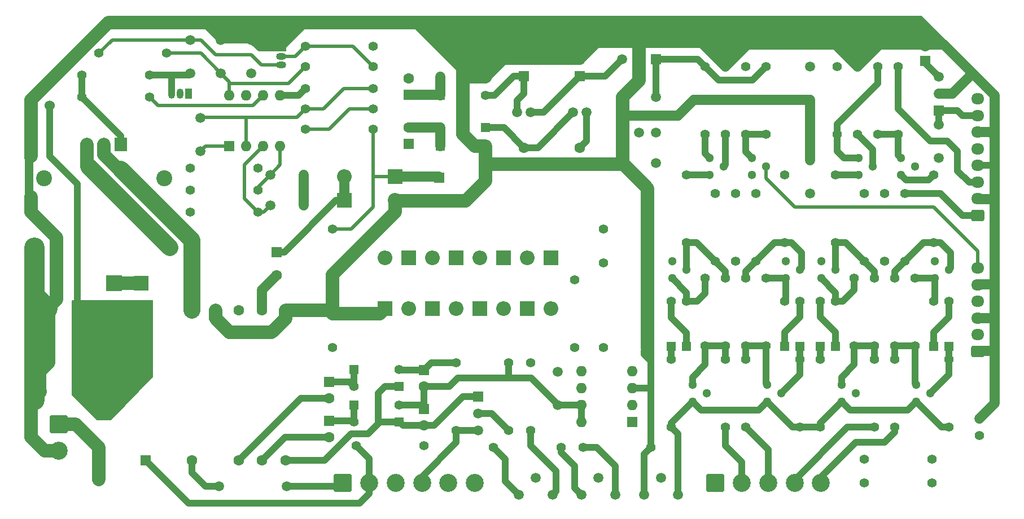
<source format=gbr>
%TF.GenerationSoftware,KiCad,Pcbnew,8.0.0*%
%TF.CreationDate,2024-03-08T15:53:04+08:00*%
%TF.ProjectId,xyz_display_board,78797a5f-6469-4737-906c-61795f626f61,1.0*%
%TF.SameCoordinates,Original*%
%TF.FileFunction,Copper,L2,Bot*%
%TF.FilePolarity,Positive*%
%FSLAX46Y46*%
G04 Gerber Fmt 4.6, Leading zero omitted, Abs format (unit mm)*
G04 Created by KiCad (PCBNEW 8.0.0) date 2024-03-08 15:53:04*
%MOMM*%
%LPD*%
G01*
G04 APERTURE LIST*
G04 Aperture macros list*
%AMRoundRect*
0 Rectangle with rounded corners*
0 $1 Rounding radius*
0 $2 $3 $4 $5 $6 $7 $8 $9 X,Y pos of 4 corners*
0 Add a 4 corners polygon primitive as box body*
4,1,4,$2,$3,$4,$5,$6,$7,$8,$9,$2,$3,0*
0 Add four circle primitives for the rounded corners*
1,1,$1+$1,$2,$3*
1,1,$1+$1,$4,$5*
1,1,$1+$1,$6,$7*
1,1,$1+$1,$8,$9*
0 Add four rect primitives between the rounded corners*
20,1,$1+$1,$2,$3,$4,$5,0*
20,1,$1+$1,$4,$5,$6,$7,0*
20,1,$1+$1,$6,$7,$8,$9,0*
20,1,$1+$1,$8,$9,$2,$3,0*%
G04 Aperture macros list end*
%TA.AperFunction,ComponentPad*%
%ADD10C,1.500000*%
%TD*%
%TA.AperFunction,ComponentPad*%
%ADD11R,1.500000X1.500000*%
%TD*%
%TA.AperFunction,ComponentPad*%
%ADD12R,1.600000X1.600000*%
%TD*%
%TA.AperFunction,ComponentPad*%
%ADD13C,1.600000*%
%TD*%
%TA.AperFunction,ComponentPad*%
%ADD14C,1.400000*%
%TD*%
%TA.AperFunction,ComponentPad*%
%ADD15R,1.400000X1.400000*%
%TD*%
%TA.AperFunction,ComponentPad*%
%ADD16C,1.300000*%
%TD*%
%TA.AperFunction,ComponentPad*%
%ADD17RoundRect,0.250000X0.725000X-0.600000X0.725000X0.600000X-0.725000X0.600000X-0.725000X-0.600000X0*%
%TD*%
%TA.AperFunction,ComponentPad*%
%ADD18O,1.950000X1.700000*%
%TD*%
%TA.AperFunction,ComponentPad*%
%ADD19R,2.200000X2.200000*%
%TD*%
%TA.AperFunction,ComponentPad*%
%ADD20O,2.200000X2.200000*%
%TD*%
%TA.AperFunction,ComponentPad*%
%ADD21RoundRect,0.250001X-1.099999X-1.099999X1.099999X-1.099999X1.099999X1.099999X-1.099999X1.099999X0*%
%TD*%
%TA.AperFunction,ComponentPad*%
%ADD22C,2.700000*%
%TD*%
%TA.AperFunction,ComponentPad*%
%ADD23O,1.600000X1.600000*%
%TD*%
%TA.AperFunction,ComponentPad*%
%ADD24R,1.905000X2.000000*%
%TD*%
%TA.AperFunction,ComponentPad*%
%ADD25O,1.905000X2.000000*%
%TD*%
%TA.AperFunction,ComponentPad*%
%ADD26R,2.400000X2.400000*%
%TD*%
%TA.AperFunction,ComponentPad*%
%ADD27O,2.400000X2.400000*%
%TD*%
%TA.AperFunction,ComponentPad*%
%ADD28R,1.500000X1.050000*%
%TD*%
%TA.AperFunction,ComponentPad*%
%ADD29O,1.500000X1.050000*%
%TD*%
%TA.AperFunction,ComponentPad*%
%ADD30RoundRect,0.250001X-1.099999X1.099999X-1.099999X-1.099999X1.099999X-1.099999X1.099999X1.099999X0*%
%TD*%
%TA.AperFunction,ComponentPad*%
%ADD31C,2.400000*%
%TD*%
%TA.AperFunction,ComponentPad*%
%ADD32R,2.000000X2.000000*%
%TD*%
%TA.AperFunction,ComponentPad*%
%ADD33C,2.000000*%
%TD*%
%TA.AperFunction,ComponentPad*%
%ADD34R,1.050000X1.500000*%
%TD*%
%TA.AperFunction,ComponentPad*%
%ADD35O,1.050000X1.500000*%
%TD*%
%TA.AperFunction,ViaPad*%
%ADD36C,1.524000*%
%TD*%
%TA.AperFunction,Conductor*%
%ADD37C,1.016000*%
%TD*%
%TA.AperFunction,Conductor*%
%ADD38C,1.524000*%
%TD*%
%TA.AperFunction,Conductor*%
%ADD39C,0.508000*%
%TD*%
%TA.AperFunction,Conductor*%
%ADD40C,2.032000*%
%TD*%
%TA.AperFunction,Conductor*%
%ADD41C,1.244600*%
%TD*%
%TA.AperFunction,Conductor*%
%ADD42C,3.022600*%
%TD*%
%TA.AperFunction,Conductor*%
%ADD43C,3.048000*%
%TD*%
%TA.AperFunction,Conductor*%
%ADD44C,2.006600*%
%TD*%
%TA.AperFunction,Conductor*%
%ADD45C,2.540000*%
%TD*%
G04 APERTURE END LIST*
D10*
%TO.P,Q1,1,C*%
%TO.N,Net-(J2-Pad4)*%
X119380000Y-113538000D03*
%TO.P,Q1,2,B*%
%TO.N,Net-(Q1-Pad2)*%
X119380000Y-110998000D03*
D11*
%TO.P,Q1,3,E*%
%TO.N,T_5*%
X119380000Y-108458000D03*
%TD*%
D12*
%TO.P,T1,1,1*%
%TO.N,CRT_F1*%
X69454000Y-118004000D03*
D13*
%TO.P,T1,2,2*%
%TO.N,Net-(F2-Pad1)*%
X76454000Y-118004000D03*
%TO.P,T1,3,3*%
%TO.N,T_3*%
X83454000Y-118004000D03*
%TO.P,T1,4,4*%
%TO.N,T_4*%
X86954000Y-118004000D03*
%TO.P,T1,5,5*%
%TO.N,T_5*%
X90454000Y-118004000D03*
%TO.P,T1,6,6*%
%TO.N,GND*%
X90454000Y-95504000D03*
%TO.P,T1,7,7*%
%TO.N,Net-(C20-Pad2)*%
X86954000Y-95504000D03*
%TO.P,T1,8,8*%
%TO.N,Net-(C16-Pad2)*%
X83454000Y-95504000D03*
%TO.P,T1,9,9*%
%TO.N,GND*%
X79954000Y-95504000D03*
%TO.P,T1,10,10*%
%TO.N,Net-(D1-Pad2)*%
X76454000Y-95504000D03*
%TO.P,T1,11,11*%
%TO.N,+12V*%
X69454000Y-95504000D03*
%TD*%
D14*
%TO.P,D13,1,K*%
%TO.N,Net-(C17-Pad2)*%
X113694000Y-68072000D03*
D15*
%TO.P,D13,2,A*%
%TO.N,Net-(C19-Pad2)*%
X120494000Y-68072000D03*
%TD*%
D14*
%TO.P,R9,1*%
%TO.N,Net-(C8-Pad2)*%
X103632000Y-62230000D03*
%TO.P,R9,2*%
%TO.N,GND*%
X93472000Y-62230000D03*
%TD*%
%TO.P,U9,1,VCC*%
%TO.N,+300V*%
X97536000Y-83312000D03*
%TO.P,U9,2,GND*%
%TO.N,GND*%
X97536000Y-96012000D03*
%TO.P,U9,3,PULSE*%
%TO.N,Net-(C20-Pad2)*%
X97536000Y-101092000D03*
%TO.P,U9,4,NC*%
%TO.N,unconnected-(U9-Pad4)*%
X138176000Y-101092000D03*
%TO.P,U9,5,HV*%
%TO.N,Net-(C15-Pad2)*%
X138176000Y-88392000D03*
%TO.P,U9,6,NC*%
%TO.N,unconnected-(U9-Pad6)*%
X138176000Y-83312000D03*
%TD*%
D12*
%TO.P,C22,1*%
%TO.N,Net-(C22-Pad1)*%
X97028000Y-106236888D03*
D13*
%TO.P,C22,2*%
%TO.N,T_3*%
X97028000Y-108736888D03*
%TD*%
D14*
%TO.P,D35,1,K*%
%TO.N,Net-(D34-Pad2)*%
X170688000Y-94136000D03*
D15*
%TO.P,D35,2,A*%
%TO.N,Net-(D35-Pad2)*%
X170688000Y-100936000D03*
%TD*%
D16*
%TO.P,Q13,1,C*%
%TO.N,Net-(D34-Pad1)*%
X170815000Y-90678000D03*
%TO.P,Q13,2,B*%
%TO.N,Net-(Q13-Pad2)*%
X172974000Y-89408000D03*
%TO.P,Q13,3,E*%
%TO.N,Net-(Q13-Pad3)*%
X170815000Y-88128000D03*
%TD*%
D14*
%TO.P,R42,1*%
%TO.N,-5VA*%
X183388000Y-77978000D03*
%TO.P,R42,2*%
%TO.N,Net-(Q14-Pad2)*%
X183388000Y-88138000D03*
%TD*%
%TO.P,R34,1*%
%TO.N,-5VA*%
X154940000Y-77978000D03*
%TO.P,R34,2*%
%TO.N,Net-(Q7-Pad2)*%
X154940000Y-88138000D03*
%TD*%
D12*
%TO.P,C17,1*%
%TO.N,Net-(C16-Pad2)*%
X108966000Y-70524380D03*
D13*
%TO.P,C17,2*%
%TO.N,Net-(C17-Pad2)*%
X108966000Y-68024380D03*
%TD*%
D17*
%TO.P,J7,1,Pin_1*%
%TO.N,GND*%
X194310000Y-101650800D03*
D18*
%TO.P,J7,2,Pin_2*%
%TO.N,Z_IN*%
X194310000Y-99150800D03*
%TO.P,J7,3,Pin_3*%
%TO.N,GND*%
X194310000Y-96650800D03*
%TO.P,J7,4,Pin_4*%
%TO.N,Y_IN*%
X194310000Y-94150800D03*
%TO.P,J7,5,Pin_5*%
%TO.N,GND*%
X194310000Y-91650800D03*
%TO.P,J7,6,Pin_6*%
%TO.N,X_IN*%
X194310000Y-89150800D03*
%TD*%
D14*
%TO.P,R40,1*%
%TO.N,Net-(Q11-Pad3)*%
X173228000Y-69088000D03*
%TO.P,R40,2*%
%TO.N,+5VA*%
X173228000Y-58928000D03*
%TD*%
D19*
%TO.P,D2,1,K*%
%TO.N,GND*%
X105410000Y-95250000D03*
D20*
%TO.P,D2,2,A*%
%TO.N,Net-(C10-Pad1)*%
X105410000Y-87630000D03*
%TD*%
D14*
%TO.P,R29,1*%
%TO.N,+300V*%
X167640000Y-113030000D03*
%TO.P,R29,2*%
%TO.N,Net-(D22-Pad2)*%
X167640000Y-102870000D03*
%TD*%
D10*
%TO.P,C38,1*%
%TO.N,Net-(C23-Pad2)*%
X131318000Y-109688000D03*
%TO.P,C38,2*%
%TO.N,T_5*%
X131318000Y-104688000D03*
%TD*%
D14*
%TO.P,R37,1*%
%TO.N,Net-(Q12-Pad3)*%
X181864000Y-100838000D03*
%TO.P,R37,2*%
%TO.N,Net-(Q14-Pad2)*%
X181864000Y-90678000D03*
%TD*%
D19*
%TO.P,D5,1,K*%
%TO.N,Net-(C10-Pad2)*%
X116078000Y-87630000D03*
D20*
%TO.P,D5,2,A*%
%TO.N,Net-(C11-Pad2)*%
X116078000Y-95250000D03*
%TD*%
D11*
%TO.P,U7,1,GND*%
%TO.N,GND*%
X140970000Y-68834000D03*
D10*
%TO.P,U7,2,VI*%
%TO.N,Net-(C28-Pad2)*%
X143510000Y-68834000D03*
%TO.P,U7,3,VO*%
%TO.N,-5VA*%
X146050000Y-68834000D03*
%TD*%
D14*
%TO.P,R6,1*%
%TO.N,Net-(Q3-Pad1)*%
X59944000Y-60198000D03*
%TO.P,R6,2*%
%TO.N,GND*%
X70104000Y-60198000D03*
%TD*%
D10*
%TO.P,RV1,1,1*%
%TO.N,Net-(R68-Pad2)*%
X125476000Y-123190000D03*
%TO.P,RV1,2,2*%
%TO.N,Net-(J2-Pad3)*%
X128016000Y-120650000D03*
%TO.P,RV1,3,3*%
%TO.N,Net-(R69-Pad1)*%
X130556000Y-123190000D03*
%TD*%
%TO.P,C7,1*%
%TO.N,Net-(C7-Pad1)*%
X88178000Y-79756000D03*
%TO.P,C7,2*%
%TO.N,GND*%
X93178000Y-79756000D03*
%TD*%
D14*
%TO.P,R36,1*%
%TO.N,+300V*%
X148336000Y-113030000D03*
%TO.P,R36,2*%
%TO.N,Net-(D27-Pad2)*%
X148336000Y-102870000D03*
%TD*%
D19*
%TO.P,D9,1,K*%
%TO.N,Net-(C14-Pad2)*%
X130302000Y-87630000D03*
D20*
%TO.P,D9,2,A*%
%TO.N,Net-(C15-Pad2)*%
X130302000Y-95250000D03*
%TD*%
D16*
%TO.P,Q15,1,C*%
%TO.N,+300V*%
X173863000Y-109220000D03*
%TO.P,Q15,2,B*%
%TO.N,Net-(D35-Pad2)*%
X176022000Y-107950000D03*
%TO.P,Q15,3,E*%
%TO.N,Net-(Q15-Pad3)*%
X173863000Y-106670000D03*
%TD*%
%TO.P,Q14,1,C*%
%TO.N,Net-(D31-Pad1)*%
X187833000Y-90678000D03*
%TO.P,Q14,2,B*%
%TO.N,Net-(Q14-Pad2)*%
X189992000Y-89408000D03*
%TO.P,Q14,3,E*%
%TO.N,Net-(Q13-Pad3)*%
X187833000Y-88128000D03*
%TD*%
D14*
%TO.P,D17,1,K*%
%TO.N,Net-(C15-Pad2)*%
X107540000Y-104394000D03*
D15*
%TO.P,D17,2,A*%
%TO.N,Net-(C22-Pad1)*%
X100740000Y-104394000D03*
%TD*%
D21*
%TO.P,J2,1,Pin_1*%
%TO.N,CRT_F2*%
X99060000Y-121412000D03*
D22*
%TO.P,J2,2,Pin_2*%
%TO.N,CRT_F1*%
X103020000Y-121412000D03*
%TO.P,J2,3,Pin_3*%
%TO.N,Net-(J2-Pad3)*%
X106980000Y-121412000D03*
%TO.P,J2,4,Pin_4*%
%TO.N,Net-(J2-Pad4)*%
X110940000Y-121412000D03*
%TO.P,J2,5,Pin_5*%
%TO.N,unconnected-(J2-Pad5)*%
X114900000Y-121412000D03*
%TO.P,J2,6,Pin_6*%
%TO.N,Net-(J2-Pad6)*%
X118860000Y-121412000D03*
%TD*%
D12*
%TO.P,C33,1*%
%TO.N,+12V*%
X186436000Y-58101113D03*
D13*
%TO.P,C33,2*%
%TO.N,GND*%
X186436000Y-55601113D03*
%TD*%
D14*
%TO.P,D23,1,K*%
%TO.N,Net-(D23-Pad1)*%
X165354000Y-94136000D03*
D15*
%TO.P,D23,2,A*%
%TO.N,Net-(D22-Pad1)*%
X165354000Y-100936000D03*
%TD*%
D16*
%TO.P,Q11,1,C*%
%TO.N,Net-(Q11-Pad1)*%
X176403000Y-75184000D03*
%TO.P,Q11,2,B*%
%TO.N,Net-(Q11-Pad2)*%
X178562000Y-73914000D03*
%TO.P,Q11,3,E*%
%TO.N,Net-(Q11-Pad3)*%
X176403000Y-72634000D03*
%TD*%
D14*
%TO.P,R64,1*%
%TO.N,Net-(Q14-Pad2)*%
X187706000Y-85344000D03*
%TO.P,R64,2*%
%TO.N,Net-(Q10-Pad1)*%
X187706000Y-75184000D03*
%TD*%
%TO.P,R62,1*%
%TO.N,Net-(Q12-Pad3)*%
X184912000Y-100838000D03*
%TO.P,R62,2*%
%TO.N,Net-(D31-Pad1)*%
X184912000Y-90678000D03*
%TD*%
%TO.P,R66,1*%
%TO.N,Net-(Q13-Pad3)*%
X180340000Y-88138000D03*
%TO.P,R66,2*%
%TO.N,-5VA*%
X180340000Y-77978000D03*
%TD*%
%TO.P,R65,1*%
%TO.N,Net-(Q13-Pad2)*%
X172974000Y-85344000D03*
%TO.P,R65,2*%
%TO.N,Net-(Q11-Pad1)*%
X172974000Y-75184000D03*
%TD*%
D10*
%TO.P,C29,1*%
%TO.N,+5VA*%
X146010000Y-63500000D03*
%TO.P,C29,2*%
%TO.N,GND*%
X141010000Y-63500000D03*
%TD*%
D14*
%TO.P,R50,1*%
%TO.N,Net-(C15-Pad2)*%
X133858000Y-90932000D03*
%TO.P,R50,2*%
%TO.N,T_5*%
X133858000Y-101092000D03*
%TD*%
%TO.P,R60,1*%
%TO.N,/Deflection_Amplifier/YP*%
X181864000Y-113030000D03*
%TO.P,R60,2*%
%TO.N,Net-(Q12-Pad3)*%
X181864000Y-102870000D03*
%TD*%
%TO.P,R39,1*%
%TO.N,Net-(Q10-Pad3)*%
X182372000Y-69088000D03*
%TO.P,R39,2*%
%TO.N,+5VA*%
X182372000Y-58928000D03*
%TD*%
D10*
%TO.P,L2,1,1*%
%TO.N,Net-(C19-Pad2)*%
X133620000Y-65786000D03*
%TO.P,L2,2,2*%
%TO.N,Net-(C28-Pad2)*%
X135620000Y-65786000D03*
%TD*%
D12*
%TO.P,C16,1*%
%TO.N,Net-(C16-Pad1)*%
X108966000Y-63158380D03*
D13*
%TO.P,C16,2*%
%TO.N,Net-(C16-Pad2)*%
X108966000Y-60658380D03*
%TD*%
D14*
%TO.P,R57,1*%
%TO.N,Net-(Q7-Pad2)*%
X150622000Y-85344000D03*
%TO.P,R57,2*%
%TO.N,Net-(Q5-Pad1)*%
X150622000Y-75184000D03*
%TD*%
D19*
%TO.P,D7,1,K*%
%TO.N,Net-(C12-Pad2)*%
X123190000Y-87630000D03*
D20*
%TO.P,D7,2,A*%
%TO.N,Net-(C13-Pad2)*%
X123190000Y-95250000D03*
%TD*%
D14*
%TO.P,R51,1*%
%TO.N,+300V*%
X177292000Y-117856000D03*
%TO.P,R51,2*%
%TO.N,Net-(NE1-Pad1)*%
X187452000Y-117856000D03*
%TD*%
%TO.P,R7,1*%
%TO.N,Net-(C8-Pad2)*%
X93472000Y-65278000D03*
%TO.P,R7,2*%
%TO.N,Net-(R7-Pad2)*%
X103632000Y-65278000D03*
%TD*%
%TO.P,NE1,1*%
%TO.N,Net-(NE1-Pad1)*%
X194564000Y-114300000D03*
%TO.P,NE1,2*%
%TO.N,GND*%
X194564000Y-111760000D03*
%TD*%
%TO.P,D30,1,K*%
%TO.N,Net-(D30-Pad1)*%
X189992000Y-94136000D03*
D15*
%TO.P,D30,2,A*%
%TO.N,Net-(D30-Pad2)*%
X189992000Y-100936000D03*
%TD*%
D19*
%TO.P,D20,1,K*%
%TO.N,+12V*%
X61214000Y-107696000D03*
D20*
%TO.P,D20,2,A*%
%TO.N,GND*%
X53594000Y-107696000D03*
%TD*%
D14*
%TO.P,R61,1*%
%TO.N,/Deflection_Amplifier/YN*%
X178816000Y-113030000D03*
%TO.P,R61,2*%
%TO.N,Net-(Q15-Pad3)*%
X178816000Y-102870000D03*
%TD*%
%TO.P,R63,1*%
%TO.N,Net-(Q15-Pad3)*%
X175768000Y-100838000D03*
%TO.P,R63,2*%
%TO.N,Net-(D34-Pad1)*%
X175768000Y-90678000D03*
%TD*%
D17*
%TO.P,J5,1,Pin_1*%
%TO.N,-5VA*%
X194310000Y-81254600D03*
D18*
%TO.P,J5,2,Pin_2*%
%TO.N,GND*%
X194310000Y-78754600D03*
%TO.P,J5,3,Pin_3*%
%TO.N,+5VA*%
X194310000Y-76254600D03*
%TO.P,J5,4,Pin_4*%
%TO.N,GND*%
X194310000Y-73754600D03*
%TO.P,J5,5,Pin_5*%
%TO.N,PWR_ON*%
X194310000Y-71254600D03*
%TO.P,J5,6,Pin_6*%
%TO.N,GND*%
X194310000Y-68754600D03*
%TO.P,J5,7,Pin_7*%
%TO.N,+5VD*%
X194310000Y-66254600D03*
%TO.P,J5,8,Pin_8*%
%TO.N,+12V*%
X194310000Y-63754600D03*
%TD*%
D16*
%TO.P,Q9,1,C*%
%TO.N,+300V*%
X151511000Y-109220000D03*
%TO.P,Q9,2,B*%
%TO.N,Net-(D27-Pad2)*%
X153670000Y-107950000D03*
%TO.P,Q9,3,E*%
%TO.N,Net-(Q9-Pad3)*%
X151511000Y-106670000D03*
%TD*%
D14*
%TO.P,R24,1*%
%TO.N,VREF*%
X72644000Y-56896000D03*
%TO.P,R24,2*%
%TO.N,Net-(C37-Pad1)*%
X62484000Y-56896000D03*
%TD*%
%TO.P,R32,1*%
%TO.N,Net-(Q4-Pad3)*%
X159512000Y-69088000D03*
%TO.P,R32,2*%
%TO.N,Net-(Q5-Pad3)*%
X159512000Y-58928000D03*
%TD*%
%TO.P,D22,1,K*%
%TO.N,Net-(D22-Pad1)*%
X167640000Y-94136000D03*
D15*
%TO.P,D22,2,A*%
%TO.N,Net-(D22-Pad2)*%
X167640000Y-100936000D03*
%TD*%
D14*
%TO.P,R1,1*%
%TO.N,VREF*%
X76200000Y-77470000D03*
%TO.P,R1,2*%
%TO.N,Net-(C4-Pad1)*%
X86360000Y-77470000D03*
%TD*%
D19*
%TO.P,D3,1,K*%
%TO.N,Net-(C10-Pad1)*%
X108966000Y-87630000D03*
D20*
%TO.P,D3,2,A*%
%TO.N,Net-(C11-Pad1)*%
X108966000Y-95250000D03*
%TD*%
D14*
%TO.P,D10,1,K*%
%TO.N,Net-(C16-Pad1)*%
X113694000Y-60452000D03*
D15*
%TO.P,D10,2,A*%
%TO.N,GND*%
X120494000Y-60452000D03*
%TD*%
D10*
%TO.P,C2,1*%
%TO.N,+12V*%
X59904000Y-103378000D03*
%TO.P,C2,2*%
%TO.N,GND*%
X54904000Y-103378000D03*
%TD*%
D14*
%TO.P,D11,1,K*%
%TO.N,GND*%
X120494000Y-70866000D03*
D15*
%TO.P,D11,2,A*%
%TO.N,Net-(C17-Pad2)*%
X113694000Y-70866000D03*
%TD*%
D14*
%TO.P,R35,1*%
%TO.N,Net-(Q9-Pad3)*%
X156464000Y-100838000D03*
%TO.P,R35,2*%
%TO.N,Net-(Q7-Pad2)*%
X156464000Y-90678000D03*
%TD*%
%TO.P,R10,1*%
%TO.N,Net-(C8-Pad1)*%
X76200000Y-74168000D03*
%TO.P,R10,2*%
%TO.N,Net-(C8-Pad2)*%
X86360000Y-74168000D03*
%TD*%
D19*
%TO.P,D15,1,K*%
%TO.N,+300V*%
X106934000Y-75438000D03*
D20*
%TO.P,D15,2,A*%
%TO.N,Net-(C20-Pad1)*%
X99314000Y-75438000D03*
%TD*%
D14*
%TO.P,D12,1,K*%
%TO.N,Net-(C18-Pad1)*%
X120494000Y-63246000D03*
D15*
%TO.P,D12,2,A*%
%TO.N,Net-(C16-Pad1)*%
X113694000Y-63246000D03*
%TD*%
D14*
%TO.P,R69,1*%
%TO.N,Net-(R69-Pad1)*%
X127254000Y-113538000D03*
%TO.P,R69,2*%
%TO.N,Net-(C15-Pad2)*%
X127254000Y-103378000D03*
%TD*%
D10*
%TO.P,C5,1*%
%TO.N,VREF*%
X80772000Y-59904000D03*
%TO.P,C5,2*%
%TO.N,GND*%
X80772000Y-54904000D03*
%TD*%
D16*
%TO.P,Q12,1,C*%
%TO.N,+300V*%
X185039000Y-109220000D03*
%TO.P,Q12,2,B*%
%TO.N,Net-(D30-Pad2)*%
X187198000Y-107950000D03*
%TO.P,Q12,3,E*%
%TO.N,Net-(Q12-Pad3)*%
X185039000Y-106670000D03*
%TD*%
D12*
%TO.P,C21,1*%
%TO.N,+300V*%
X113538000Y-75563349D03*
D13*
%TO.P,C21,2*%
%TO.N,GND*%
X113538000Y-79063349D03*
%TD*%
D10*
%TO.P,L1,1,1*%
%TO.N,Net-(C18-Pad1)*%
X125238000Y-65786000D03*
%TO.P,L1,2,2*%
%TO.N,Net-(C27-Pad1)*%
X127238000Y-65786000D03*
%TD*%
D16*
%TO.P,Q8,1,C*%
%TO.N,Net-(D23-Pad1)*%
X165481000Y-90678000D03*
%TO.P,Q8,2,B*%
%TO.N,Net-(Q8-Pad2)*%
X167640000Y-89408000D03*
%TO.P,Q8,3,E*%
%TO.N,Net-(Q7-Pad3)*%
X165481000Y-88128000D03*
%TD*%
D14*
%TO.P,R18,1*%
%TO.N,Net-(C15-Pad2)*%
X116078000Y-103378000D03*
%TO.P,R18,2*%
%TO.N,Net-(J2-Pad4)*%
X116078000Y-113538000D03*
%TD*%
%TO.P,D18,1,K*%
%TO.N,Net-(C24-Pad1)*%
X100740000Y-112268000D03*
D15*
%TO.P,D18,2,A*%
%TO.N,T_5*%
X107540000Y-112268000D03*
%TD*%
D16*
%TO.P,Q10,1,C*%
%TO.N,Net-(Q10-Pad1)*%
X182753000Y-75184000D03*
%TO.P,Q10,2,B*%
%TO.N,Y_IN*%
X184912000Y-73914000D03*
%TO.P,Q10,3,E*%
%TO.N,Net-(Q10-Pad3)*%
X182753000Y-72634000D03*
%TD*%
D19*
%TO.P,D8,1,K*%
%TO.N,Net-(C13-Pad2)*%
X126746000Y-95250000D03*
D20*
%TO.P,D8,2,A*%
%TO.N,Net-(C14-Pad2)*%
X126746000Y-87630000D03*
%TD*%
D14*
%TO.P,R67,1*%
%TO.N,Net-(Q11-Pad2)*%
X176276000Y-69088000D03*
%TO.P,R67,2*%
%TO.N,GND*%
X176276000Y-58928000D03*
%TD*%
D12*
%TO.P,C20,1*%
%TO.N,Net-(C20-Pad1)*%
X89154000Y-86739349D03*
D13*
%TO.P,C20,2*%
%TO.N,Net-(C20-Pad2)*%
X89154000Y-90239349D03*
%TD*%
D14*
%TO.P,R38,1*%
%TO.N,+300V*%
X189992000Y-113030000D03*
%TO.P,R38,2*%
%TO.N,Net-(D30-Pad2)*%
X189992000Y-102870000D03*
%TD*%
D12*
%TO.P,U1,1,COMP*%
%TO.N,Net-(C8-Pad1)*%
X82052000Y-70856000D03*
D23*
%TO.P,U1,2,FB*%
%TO.N,Net-(C8-Pad2)*%
X84592000Y-70856000D03*
%TO.P,U1,3,CS*%
%TO.N,Net-(C7-Pad1)*%
X87132000Y-70856000D03*
%TO.P,U1,4,RC*%
%TO.N,Net-(C4-Pad1)*%
X89672000Y-70856000D03*
%TO.P,U1,5,GND*%
%TO.N,GND*%
X89672000Y-63236000D03*
%TO.P,U1,6,OUT*%
%TO.N,Net-(R2-Pad1)*%
X87132000Y-63236000D03*
%TO.P,U1,7,VCC*%
%TO.N,+12V*%
X84592000Y-63236000D03*
%TO.P,U1,8,VREF*%
%TO.N,VREF*%
X82052000Y-63236000D03*
%TD*%
D14*
%TO.P,D19,1,K*%
%TO.N,Net-(C23-Pad2)*%
X107540000Y-109728000D03*
D15*
%TO.P,D19,2,A*%
%TO.N,Net-(C24-Pad1)*%
X100740000Y-109728000D03*
%TD*%
D10*
%TO.P,C34,1*%
%TO.N,+5VD*%
X188468000Y-67604000D03*
%TO.P,C34,2*%
%TO.N,GND*%
X188468000Y-72604000D03*
%TD*%
D12*
%TO.P,C18,1*%
%TO.N,Net-(C18-Pad1)*%
X126238000Y-60364380D03*
D13*
%TO.P,C18,2*%
%TO.N,GND*%
X126238000Y-57864380D03*
%TD*%
D12*
%TO.P,C23,1*%
%TO.N,Net-(C15-Pad2)*%
X111252000Y-104458888D03*
D13*
%TO.P,C23,2*%
%TO.N,Net-(C23-Pad2)*%
X111252000Y-106958888D03*
%TD*%
D19*
%TO.P,D4,1,K*%
%TO.N,Net-(C11-Pad1)*%
X112522000Y-95250000D03*
D20*
%TO.P,D4,2,A*%
%TO.N,Net-(C10-Pad2)*%
X112522000Y-87630000D03*
%TD*%
D14*
%TO.P,R49,1*%
%TO.N,VREF*%
X93472000Y-58928000D03*
%TO.P,R49,2*%
%TO.N,Net-(Q2-Pad2)*%
X103632000Y-58928000D03*
%TD*%
D24*
%TO.P,Q3,1,G*%
%TO.N,Net-(Q3-Pad1)*%
X65786000Y-70612000D03*
D25*
%TO.P,Q3,2,D*%
%TO.N,Net-(D1-Pad2)*%
X63246000Y-70612000D03*
%TO.P,Q3,3,S*%
%TO.N,Net-(Q3-Pad3)*%
X60706000Y-70612000D03*
%TD*%
D14*
%TO.P,R30,1*%
%TO.N,Net-(Q4-Pad3)*%
X162560000Y-69088000D03*
%TO.P,R30,2*%
%TO.N,+5VA*%
X162560000Y-58928000D03*
%TD*%
D26*
%TO.P,D39,1,A1*%
%TO.N,Net-(D1-Pad1)*%
X64770000Y-91440000D03*
D27*
%TO.P,D39,2,A2*%
%TO.N,+12V*%
X64770000Y-101600000D03*
%TD*%
D14*
%TO.P,R56,1*%
%TO.N,Net-(Q8-Pad2)*%
X165354000Y-85344000D03*
%TO.P,R56,2*%
%TO.N,Net-(Q4-Pad1)*%
X165354000Y-75184000D03*
%TD*%
%TO.P,D16,1,K*%
%TO.N,Net-(C22-Pad1)*%
X100740000Y-106934000D03*
D15*
%TO.P,D16,2,A*%
%TO.N,T_5*%
X107540000Y-106934000D03*
%TD*%
D28*
%TO.P,Q2,1,E*%
%TO.N,GND*%
X89810000Y-56134000D03*
D29*
%TO.P,Q2,2,B*%
%TO.N,Net-(Q2-Pad2)*%
X89810000Y-57404000D03*
%TO.P,Q2,3,C*%
%TO.N,Net-(C37-Pad1)*%
X89810000Y-58674000D03*
%TD*%
D12*
%TO.P,C28,1*%
%TO.N,GND*%
X134620000Y-73572380D03*
D13*
%TO.P,C28,2*%
%TO.N,Net-(C28-Pad2)*%
X134620000Y-71072380D03*
%TD*%
D19*
%TO.P,D14,1,K*%
%TO.N,Net-(C20-Pad1)*%
X99314000Y-78994000D03*
D20*
%TO.P,D14,2,A*%
%TO.N,GND*%
X106934000Y-78994000D03*
%TD*%
D14*
%TO.P,R44,1*%
%TO.N,Net-(Q15-Pad3)*%
X178816000Y-100838000D03*
%TO.P,R44,2*%
%TO.N,Net-(Q13-Pad2)*%
X178816000Y-90678000D03*
%TD*%
D16*
%TO.P,Q5,1,C*%
%TO.N,Net-(Q5-Pad1)*%
X154051000Y-75184000D03*
%TO.P,Q5,2,B*%
%TO.N,Net-(Q5-Pad2)*%
X156210000Y-73914000D03*
%TO.P,Q5,3,E*%
%TO.N,Net-(Q5-Pad3)*%
X154051000Y-72634000D03*
%TD*%
D14*
%TO.P,D26,1,K*%
%TO.N,Net-(D26-Pad1)*%
X150622000Y-94136000D03*
D15*
%TO.P,D26,2,A*%
%TO.N,Net-(D26-Pad2)*%
X150622000Y-100936000D03*
%TD*%
D11*
%TO.P,U6,1,VO*%
%TO.N,+5VD*%
X188468000Y-65532000D03*
D10*
%TO.P,U6,2,GND*%
%TO.N,GND*%
X188468000Y-62992000D03*
%TO.P,U6,3,VI*%
%TO.N,+12V*%
X188468000Y-60452000D03*
%TD*%
D12*
%TO.P,U3,1,NC*%
%TO.N,unconnected-(U3-Pad1)*%
X142484000Y-112258000D03*
D23*
%TO.P,U3,2,A*%
%TO.N,Net-(R19-Pad1)*%
X142484000Y-109718000D03*
%TO.P,U3,3,C*%
%TO.N,GND*%
X142484000Y-107178000D03*
%TO.P,U3,4,NC*%
%TO.N,unconnected-(U3-Pad4)*%
X142484000Y-104638000D03*
%TO.P,U3,5,GND*%
%TO.N,T_5*%
X134864000Y-104638000D03*
%TO.P,U3,6,VO*%
%TO.N,Net-(Q1-Pad2)*%
X134864000Y-107178000D03*
%TO.P,U3,7,EN*%
%TO.N,Net-(C23-Pad2)*%
X134864000Y-109718000D03*
%TO.P,U3,8,VCC*%
X134864000Y-112258000D03*
%TD*%
D14*
%TO.P,R41,1*%
%TO.N,Net-(Q10-Pad3)*%
X179324000Y-69088000D03*
%TO.P,R41,2*%
%TO.N,Net-(Q11-Pad3)*%
X179324000Y-58928000D03*
%TD*%
%TO.P,R8,1*%
%TO.N,Net-(R7-Pad2)*%
X93472000Y-68326000D03*
%TO.P,R8,2*%
%TO.N,+300V*%
X103632000Y-68326000D03*
%TD*%
D10*
%TO.P,C36,1*%
%TO.N,GND*%
X169164000Y-72938000D03*
%TO.P,C36,2*%
%TO.N,-5VA*%
X169164000Y-77938000D03*
%TD*%
D14*
%TO.P,R43,1*%
%TO.N,-5VA*%
X177292000Y-77978000D03*
%TO.P,R43,2*%
%TO.N,Net-(Q13-Pad2)*%
X177292000Y-88138000D03*
%TD*%
%TO.P,R52,1*%
%TO.N,Net-(Q6-Pad3)*%
X162560000Y-100838000D03*
%TO.P,R52,2*%
%TO.N,Net-(D23-Pad1)*%
X162560000Y-90678000D03*
%TD*%
D30*
%TO.P,J1,1,Pin_1*%
%TO.N,Net-(F1-Pad1)*%
X56430000Y-112626000D03*
D22*
%TO.P,J1,2,Pin_2*%
%TO.N,GND*%
X56430000Y-116586000D03*
%TD*%
D14*
%TO.P,R53,1*%
%TO.N,Net-(Q9-Pad3)*%
X153416000Y-100838000D03*
%TO.P,R53,2*%
%TO.N,Net-(D26-Pad1)*%
X153416000Y-90678000D03*
%TD*%
%TO.P,R70,1*%
%TO.N,PWR_ON*%
X103632000Y-55880000D03*
%TO.P,R70,2*%
%TO.N,Net-(Q2-Pad2)*%
X93472000Y-55880000D03*
%TD*%
%TO.P,R68,1*%
%TO.N,Net-(R68-Pad1)*%
X131826000Y-116078000D03*
%TO.P,R68,2*%
%TO.N,Net-(R68-Pad2)*%
X121666000Y-116078000D03*
%TD*%
%TO.P,R55,1*%
%TO.N,/Deflection_Amplifier/XN*%
X156464000Y-113030000D03*
%TO.P,R55,2*%
%TO.N,Net-(Q9-Pad3)*%
X156464000Y-102870000D03*
%TD*%
%TO.P,R33,1*%
%TO.N,-5VA*%
X161036000Y-77978000D03*
%TO.P,R33,2*%
%TO.N,Net-(Q8-Pad2)*%
X161036000Y-88138000D03*
%TD*%
D10*
%TO.P,F1,1*%
%TO.N,Net-(F1-Pad1)*%
X62484000Y-120904000D03*
%TO.P,F1,2*%
%TO.N,+12V*%
X62484000Y-110744000D03*
%TD*%
D14*
%TO.P,R45,1*%
%TO.N,+300V*%
X170688000Y-113030000D03*
%TO.P,R45,2*%
%TO.N,Net-(D35-Pad2)*%
X170688000Y-102870000D03*
%TD*%
%TO.P,R59,1*%
%TO.N,Net-(Q5-Pad2)*%
X156464000Y-69088000D03*
%TO.P,R59,2*%
%TO.N,GND*%
X156464000Y-58928000D03*
%TD*%
D19*
%TO.P,D1,1,K*%
%TO.N,Net-(D1-Pad1)*%
X68834000Y-91440000D03*
D20*
%TO.P,D1,2,A*%
%TO.N,Net-(D1-Pad2)*%
X76454000Y-91440000D03*
%TD*%
D16*
%TO.P,Q4,1,C*%
%TO.N,Net-(Q4-Pad1)*%
X160401000Y-75184000D03*
%TO.P,Q4,2,B*%
%TO.N,X_IN*%
X162560000Y-73914000D03*
%TO.P,Q4,3,E*%
%TO.N,Net-(Q4-Pad3)*%
X160401000Y-72634000D03*
%TD*%
D10*
%TO.P,C3,1*%
%TO.N,+12V*%
X85344000Y-59904000D03*
%TO.P,C3,2*%
%TO.N,GND*%
X85344000Y-54904000D03*
%TD*%
D14*
%TO.P,R16,1*%
%TO.N,Net-(C23-Pad2)*%
X123952000Y-103378000D03*
%TO.P,R16,2*%
%TO.N,Net-(Q1-Pad2)*%
X123952000Y-113538000D03*
%TD*%
D12*
%TO.P,C27,1*%
%TO.N,Net-(C27-Pad1)*%
X134620000Y-60364380D03*
D13*
%TO.P,C27,2*%
%TO.N,GND*%
X134620000Y-57864380D03*
%TD*%
D10*
%TO.P,C37,1*%
%TO.N,Net-(C37-Pad1)*%
X76200000Y-54904000D03*
%TO.P,C37,2*%
%TO.N,GND*%
X76200000Y-59904000D03*
%TD*%
D14*
%TO.P,D27,1,K*%
%TO.N,Net-(D26-Pad2)*%
X148336000Y-94136000D03*
D15*
%TO.P,D27,2,A*%
%TO.N,Net-(D27-Pad2)*%
X148336000Y-100936000D03*
%TD*%
D31*
%TO.P,R26,1*%
%TO.N,Net-(Q3-Pad3)*%
X73152000Y-86106000D03*
D27*
%TO.P,R26,2*%
%TO.N,GND*%
X52832000Y-86106000D03*
%TD*%
D14*
%TO.P,R28,1*%
%TO.N,Net-(Q6-Pad3)*%
X159512000Y-100838000D03*
%TO.P,R28,2*%
%TO.N,Net-(Q8-Pad2)*%
X159512000Y-90678000D03*
%TD*%
D31*
%TO.P,HS1,1*%
%TO.N,unconnected-(HS1-Pad1)*%
X54246000Y-75692000D03*
%TO.P,HS1,2*%
%TO.N,unconnected-(HS1-Pad2)*%
X72246000Y-75692000D03*
%TD*%
D10*
%TO.P,RV3,1,1*%
%TO.N,GND*%
X144272000Y-123190000D03*
%TO.P,RV3,2,2*%
%TO.N,/Deflection_Amplifier/ASTIG*%
X146812000Y-120650000D03*
%TO.P,RV3,3,3*%
%TO.N,+300V*%
X149352000Y-123190000D03*
%TD*%
%TO.P,C35,1*%
%TO.N,+5VA*%
X169164000Y-58928000D03*
%TO.P,C35,2*%
%TO.N,GND*%
X169164000Y-63928000D03*
%TD*%
%TO.P,C32,1*%
%TO.N,GND*%
X141010000Y-73406000D03*
%TO.P,C32,2*%
%TO.N,-5VA*%
X146010000Y-73406000D03*
%TD*%
D16*
%TO.P,Q7,1,C*%
%TO.N,Net-(D26-Pad1)*%
X148463000Y-90678000D03*
%TO.P,Q7,2,B*%
%TO.N,Net-(Q7-Pad2)*%
X150622000Y-89408000D03*
%TO.P,Q7,3,E*%
%TO.N,Net-(Q7-Pad3)*%
X148463000Y-88128000D03*
%TD*%
D12*
%TO.P,C19,1*%
%TO.N,GND*%
X126238000Y-73572380D03*
D13*
%TO.P,C19,2*%
%TO.N,Net-(C19-Pad2)*%
X126238000Y-71072380D03*
%TD*%
D32*
%TO.P,C1,1*%
%TO.N,+12V*%
X59771677Y-95250000D03*
D33*
%TO.P,C1,2*%
%TO.N,GND*%
X54771677Y-95250000D03*
%TD*%
D10*
%TO.P,C8,1*%
%TO.N,Net-(C8-Pad1)*%
X77724000Y-71588000D03*
%TO.P,C8,2*%
%TO.N,Net-(C8-Pad2)*%
X77724000Y-66588000D03*
%TD*%
%TO.P,RV2,1,1*%
%TO.N,Net-(R68-Pad1)*%
X134874000Y-123190000D03*
%TO.P,RV2,2,2*%
%TO.N,Net-(J2-Pad6)*%
X137414000Y-120650000D03*
%TO.P,RV2,3,3*%
%TO.N,Net-(R15-Pad2)*%
X139954000Y-123190000D03*
%TD*%
D12*
%TO.P,C25,1*%
%TO.N,Net-(C23-Pad2)*%
X111252000Y-110300888D03*
D13*
%TO.P,C25,2*%
%TO.N,T_5*%
X111252000Y-112800888D03*
%TD*%
D14*
%TO.P,R19,1*%
%TO.N,Net-(R19-Pad1)*%
X177292000Y-121412000D03*
%TO.P,R19,2*%
%TO.N,Z_IN*%
X187452000Y-121412000D03*
%TD*%
D12*
%TO.P,C24,1*%
%TO.N,Net-(C24-Pad1)*%
X97028000Y-112078888D03*
D13*
%TO.P,C24,2*%
%TO.N,T_4*%
X97028000Y-114578888D03*
%TD*%
D16*
%TO.P,Q6,1,C*%
%TO.N,+300V*%
X162687000Y-109220000D03*
%TO.P,Q6,2,B*%
%TO.N,Net-(D22-Pad2)*%
X164846000Y-107950000D03*
%TO.P,Q6,3,E*%
%TO.N,Net-(Q6-Pad3)*%
X162687000Y-106670000D03*
%TD*%
D14*
%TO.P,R58,1*%
%TO.N,Net-(Q7-Pad3)*%
X157988000Y-88138000D03*
%TO.P,R58,2*%
%TO.N,-5VA*%
X157988000Y-77978000D03*
%TD*%
%TO.P,R54,1*%
%TO.N,/Deflection_Amplifier/XP*%
X159512000Y-113030000D03*
%TO.P,R54,2*%
%TO.N,Net-(Q6-Pad3)*%
X159512000Y-102870000D03*
%TD*%
%TO.P,R15,1*%
%TO.N,GND*%
X145288000Y-116078000D03*
%TO.P,R15,2*%
%TO.N,Net-(R15-Pad2)*%
X135128000Y-116078000D03*
%TD*%
D21*
%TO.P,J6,1,Pin_1*%
%TO.N,/Deflection_Amplifier/ASTIG*%
X154940000Y-121412000D03*
D22*
%TO.P,J6,2,Pin_2*%
%TO.N,/Deflection_Amplifier/XN*%
X158900000Y-121412000D03*
%TO.P,J6,3,Pin_3*%
%TO.N,/Deflection_Amplifier/XP*%
X162860000Y-121412000D03*
%TO.P,J6,4,Pin_4*%
%TO.N,/Deflection_Amplifier/YN*%
X166820000Y-121412000D03*
%TO.P,J6,5,Pin_5*%
%TO.N,/Deflection_Amplifier/YP*%
X170780000Y-121412000D03*
%TD*%
D10*
%TO.P,F2,1*%
%TO.N,Net-(F2-Pad1)*%
X80518000Y-121920000D03*
%TO.P,F2,2*%
%TO.N,CRT_F2*%
X90678000Y-121920000D03*
%TD*%
D14*
%TO.P,D31,1,K*%
%TO.N,Net-(D31-Pad1)*%
X187706000Y-94136000D03*
D15*
%TO.P,D31,2,A*%
%TO.N,Net-(D30-Pad1)*%
X187706000Y-100936000D03*
%TD*%
D11*
%TO.P,U8,1,VO*%
%TO.N,+5VA*%
X146050000Y-57806000D03*
D10*
%TO.P,U8,2,GND*%
%TO.N,GND*%
X143510000Y-57806000D03*
%TO.P,U8,3,VI*%
%TO.N,Net-(C27-Pad1)*%
X140970000Y-57806000D03*
%TD*%
D14*
%TO.P,R48,1*%
%TO.N,Net-(J2-Pad3)*%
X111252000Y-115824000D03*
%TO.P,R48,2*%
%TO.N,CRT_F1*%
X101092000Y-115824000D03*
%TD*%
D10*
%TO.P,C4,1*%
%TO.N,Net-(C4-Pad1)*%
X88178000Y-75184000D03*
%TO.P,C4,2*%
%TO.N,GND*%
X93178000Y-75184000D03*
%TD*%
D19*
%TO.P,D6,1,K*%
%TO.N,Net-(C11-Pad2)*%
X119634000Y-95250000D03*
D20*
%TO.P,D6,2,A*%
%TO.N,Net-(C12-Pad2)*%
X119634000Y-87630000D03*
%TD*%
D14*
%TO.P,D34,1,K*%
%TO.N,Net-(D34-Pad1)*%
X172974000Y-94136000D03*
D15*
%TO.P,D34,2,A*%
%TO.N,Net-(D34-Pad2)*%
X172974000Y-100936000D03*
%TD*%
D14*
%TO.P,R2,1*%
%TO.N,Net-(R2-Pad1)*%
X70104000Y-63500000D03*
%TO.P,R2,2*%
%TO.N,Net-(Q3-Pad1)*%
X59944000Y-63500000D03*
%TD*%
D34*
%TO.P,Q16,1,E*%
%TO.N,Net-(C8-Pad1)*%
X75946000Y-62992000D03*
D35*
%TO.P,Q16,2,B*%
%TO.N,Net-(C37-Pad1)*%
X74676000Y-62992000D03*
%TO.P,Q16,3,C*%
%TO.N,GND*%
X73406000Y-62992000D03*
%TD*%
D14*
%TO.P,R31,1*%
%TO.N,Net-(Q5-Pad3)*%
X153416000Y-69088000D03*
%TO.P,R31,2*%
%TO.N,+5VA*%
X153416000Y-58928000D03*
%TD*%
%TO.P,R4,1*%
%TO.N,Net-(C7-Pad1)*%
X86360000Y-80772000D03*
%TO.P,R4,2*%
%TO.N,Net-(Q3-Pad3)*%
X76200000Y-80772000D03*
%TD*%
D36*
%TO.N,+12V*%
X55118000Y-64770000D03*
%TD*%
D37*
%TO.N,Net-(Q12-Pad3)*%
X184912000Y-106543000D02*
X185039000Y-106670000D01*
X184912000Y-100838000D02*
X184912000Y-106543000D01*
X181864000Y-100838000D02*
X181864000Y-102870000D01*
%TO.N,Net-(Q9-Pad3)*%
X151511000Y-105537000D02*
X153416000Y-103632000D01*
X153416000Y-103632000D02*
X153416000Y-100838000D01*
X151511000Y-106670000D02*
X151511000Y-105537000D01*
%TO.N,Net-(Q15-Pad3)*%
X175768000Y-103632000D02*
X175768000Y-100838000D01*
X173863000Y-105537000D02*
X175768000Y-103632000D01*
X173863000Y-106670000D02*
X173863000Y-105537000D01*
%TO.N,Net-(Q6-Pad3)*%
X162560000Y-106543000D02*
X162687000Y-106670000D01*
X162560000Y-100838000D02*
X162560000Y-106543000D01*
%TO.N,Net-(D31-Pad1)*%
X187833000Y-90678000D02*
X187833000Y-94009000D01*
%TO.N,Net-(D34-Pad1)*%
X175768000Y-90678000D02*
X175768000Y-92456000D01*
X175768000Y-92456000D02*
X174088000Y-94136000D01*
X174088000Y-94136000D02*
X172974000Y-94136000D01*
D38*
%TO.N,GND*%
X196596000Y-101600000D02*
X196850000Y-101346000D01*
X194310000Y-101600000D02*
X196596000Y-101600000D01*
X196719200Y-96650800D02*
X196850000Y-96520000D01*
X194360800Y-96650800D02*
X196719200Y-96650800D01*
X196756000Y-91600000D02*
X196850000Y-91694000D01*
X194310000Y-91600000D02*
X196756000Y-91600000D01*
D39*
%TO.N,X_IN*%
X162560000Y-75692000D02*
X166878000Y-80010000D01*
X194310000Y-86614000D02*
X194310000Y-89100000D01*
X162560000Y-73914000D02*
X162560000Y-75692000D01*
X166878000Y-80010000D02*
X187706000Y-80010000D01*
X187706000Y-80010000D02*
X194310000Y-86614000D01*
D38*
%TO.N,GND*%
X196810000Y-78780000D02*
X196850000Y-78740000D01*
X194310000Y-78780000D02*
X196810000Y-78780000D01*
D37*
%TO.N,-5VA*%
X191998600Y-81254600D02*
X194284600Y-81254600D01*
X183388000Y-77978000D02*
X188722000Y-77978000D01*
X188722000Y-77978000D02*
X191998600Y-81254600D01*
%TO.N,+5VA*%
X192993000Y-76280000D02*
X194310000Y-76280000D01*
X191262000Y-74549000D02*
X192993000Y-76280000D01*
X189738000Y-70104000D02*
X191262000Y-71628000D01*
X182372000Y-65278000D02*
X187198000Y-70104000D01*
X187198000Y-70104000D02*
X189738000Y-70104000D01*
X182372000Y-58928000D02*
X182372000Y-65278000D01*
X191262000Y-71628000D02*
X191262000Y-74549000D01*
%TO.N,GND*%
X196436600Y-73754600D02*
X196850000Y-74168000D01*
X194335400Y-73754600D02*
X196436600Y-73754600D01*
D38*
X196262600Y-68754600D02*
X196850000Y-69342000D01*
X194335400Y-68754600D02*
X196262600Y-68754600D01*
D37*
%TO.N,+5VD*%
X188468000Y-65532000D02*
X191262000Y-65532000D01*
X191262000Y-65532000D02*
X191984600Y-66254600D01*
X191984600Y-66254600D02*
X194310000Y-66254600D01*
D38*
%TO.N,Net-(C16-Pad1)*%
X113694000Y-63246000D02*
X113694000Y-60452000D01*
X113606380Y-63158380D02*
X113694000Y-63246000D01*
X108966000Y-63158380D02*
X113606380Y-63158380D01*
D40*
%TO.N,GND*%
X90454000Y-96744000D02*
X90454000Y-95504000D01*
D38*
X52324000Y-72390000D02*
X52084489Y-72629511D01*
D40*
X82042000Y-98806000D02*
X88392000Y-98806000D01*
X186436000Y-55601113D02*
X183158887Y-52324000D01*
X97536000Y-90170000D02*
X106934000Y-80772000D01*
X97536000Y-96012000D02*
X104648000Y-96012000D01*
D37*
X70104000Y-60198000D02*
X73660000Y-60198000D01*
D38*
X196850000Y-63246000D02*
X193548000Y-59944000D01*
X126238000Y-57864380D02*
X123081620Y-57864380D01*
X172974000Y-55626000D02*
X159766000Y-55626000D01*
D40*
X120494000Y-70866000D02*
X118872000Y-70866000D01*
D41*
X51942517Y-72771483D02*
X51942517Y-78105000D01*
D38*
X152908000Y-55372000D02*
X156464000Y-58928000D01*
D37*
X145288000Y-106172000D02*
X145288000Y-107188000D01*
D40*
X143510000Y-61000005D02*
X143510000Y-57806006D01*
D37*
X145288000Y-116078000D02*
X144272000Y-117094000D01*
X73406000Y-62992000D02*
X73406000Y-60452000D01*
X73660000Y-60198000D02*
X75906000Y-60198000D01*
D40*
X97028000Y-95504000D02*
X97536000Y-96012000D01*
D38*
X196850000Y-78740000D02*
X196850000Y-74168000D01*
D42*
X52831517Y-93310812D02*
X52831517Y-108966000D01*
D40*
X107003349Y-79063349D02*
X106934000Y-78994000D01*
D38*
X149352000Y-66294000D02*
X141224000Y-66294000D01*
D37*
X89810000Y-56134000D02*
X86574000Y-56134000D01*
X89672000Y-63236000D02*
X92466000Y-63236000D01*
D40*
X117094000Y-69088000D02*
X117094000Y-60706000D01*
X143510000Y-57806006D02*
X143510000Y-55626000D01*
X90454000Y-95504000D02*
X97028000Y-95504000D01*
X113538000Y-79063349D02*
X117532651Y-79063349D01*
X118872000Y-70866000D02*
X117094000Y-69088000D01*
X88392000Y-98806000D02*
X90454000Y-96744000D01*
D43*
X52832000Y-86106000D02*
X52832000Y-93310329D01*
D40*
X120494000Y-76102000D02*
X120494000Y-70866000D01*
D38*
X188468000Y-62992000D02*
X190500000Y-62992000D01*
D40*
X106934000Y-80772000D02*
X106934000Y-78994000D01*
D44*
X52323517Y-80771517D02*
X52323517Y-78486000D01*
D38*
X190500000Y-62992000D02*
X193548000Y-59944000D01*
D37*
X145288000Y-107188000D02*
X145278000Y-107178000D01*
D38*
X193548000Y-59944000D02*
X189205113Y-55601113D01*
D37*
X145288000Y-99822000D02*
X145288000Y-106172000D01*
D40*
X52324000Y-114554000D02*
X52324000Y-108966000D01*
D38*
X169164000Y-72938005D02*
X169164000Y-63927990D01*
X143510000Y-55626000D02*
X143764000Y-55372000D01*
D40*
X120494000Y-60452000D02*
X117348000Y-60452000D01*
D38*
X93178000Y-75184000D02*
X93178000Y-79756000D01*
D40*
X120494000Y-73758000D02*
X120494000Y-70866000D01*
D37*
X93620000Y-52324000D02*
X93726000Y-52324000D01*
X144272000Y-117094000D02*
X144272000Y-123190000D01*
D38*
X151718000Y-63928000D02*
X149352000Y-66294000D01*
D40*
X117094000Y-60706000D02*
X117094000Y-52832000D01*
D37*
X89810000Y-56134000D02*
X93620000Y-52324000D01*
D38*
X123081620Y-57864380D02*
X120494000Y-60452000D01*
X169164000Y-63928000D02*
X151718000Y-63928000D01*
D37*
X80772000Y-54904000D02*
X78740000Y-52872000D01*
X92466000Y-63236000D02*
X93472000Y-62230000D01*
D40*
X113538000Y-79063349D02*
X107003349Y-79063349D01*
X117602000Y-52324000D02*
X93726000Y-52324000D01*
D37*
X144780000Y-101092000D02*
X144272000Y-101600000D01*
D38*
X141010000Y-63500000D02*
X141010000Y-68794000D01*
D40*
X79954000Y-96718000D02*
X82042000Y-98806000D01*
D43*
X52832000Y-93310329D02*
X54771671Y-95250000D01*
D38*
X196850000Y-109474000D02*
X196850000Y-101346000D01*
D40*
X134620000Y-73572380D02*
X140843620Y-73572380D01*
X104648000Y-96012000D02*
X105410000Y-95250000D01*
X93726000Y-52324000D02*
X78740000Y-52324000D01*
D37*
X145288000Y-103124000D02*
X145288000Y-106172000D01*
X145278000Y-107178000D02*
X142484000Y-107178000D01*
D40*
X54771677Y-95250000D02*
X56134000Y-93887677D01*
D38*
X196850000Y-101346000D02*
X196850000Y-96520000D01*
D40*
X141010000Y-73406000D02*
X141010000Y-63500000D01*
D37*
X86574000Y-56134000D02*
X85344000Y-54904000D01*
D38*
X172974000Y-55626000D02*
X179578000Y-55626000D01*
D37*
X73152000Y-60198000D02*
X73660000Y-60198000D01*
D40*
X140843620Y-73572380D02*
X141010000Y-73406000D01*
X53594000Y-107696000D02*
X53594000Y-104688000D01*
X52324000Y-108966000D02*
X53594000Y-107696000D01*
D38*
X141010000Y-68794000D02*
X140970000Y-68834000D01*
X134620000Y-57864380D02*
X126238000Y-57864380D01*
X196850000Y-91694000D02*
X196850000Y-78740000D01*
D44*
X52324000Y-63881000D02*
X52324000Y-72390000D01*
D40*
X117094000Y-52832000D02*
X117602000Y-52324000D01*
D37*
X75906000Y-60198000D02*
X76200000Y-59904000D01*
D38*
X143764000Y-55372000D02*
X152908000Y-55372000D01*
X196850000Y-74168000D02*
X196850000Y-69342000D01*
X176276000Y-58928000D02*
X179578000Y-55626000D01*
X156464000Y-58928000D02*
X159766000Y-55626000D01*
X134620000Y-57864380D02*
X137112380Y-55372000D01*
D37*
X73406000Y-60452000D02*
X73152000Y-60198000D01*
D38*
X159766000Y-55626000D02*
X153416000Y-55626000D01*
X196850000Y-96520000D02*
X196850000Y-91694000D01*
D40*
X126238000Y-73572380D02*
X134620000Y-73572380D01*
X78740000Y-52324000D02*
X63881000Y-52324000D01*
X56430000Y-116586000D02*
X54356000Y-116586000D01*
D37*
X85344000Y-54904000D02*
X80772000Y-54904000D01*
D38*
X194564000Y-111760000D02*
X196850000Y-109474000D01*
D44*
X56134000Y-84582000D02*
X52323517Y-80771517D01*
D37*
X144272000Y-102108000D02*
X145288000Y-103124000D01*
D38*
X189205113Y-55601113D02*
X186436000Y-55601113D01*
D40*
X144780000Y-77176000D02*
X141010000Y-73406000D01*
X117348000Y-60452000D02*
X117094000Y-60706000D01*
X54356000Y-116586000D02*
X52324000Y-114554000D01*
X126238000Y-73572380D02*
X120679620Y-73572380D01*
X141010005Y-63500000D02*
X143510000Y-61000005D01*
X53594000Y-104688000D02*
X54904000Y-103378000D01*
X117532651Y-79063349D02*
X120494000Y-76102000D01*
D37*
X78740000Y-52872000D02*
X78740000Y-52324000D01*
D40*
X63881000Y-52324000D02*
X52324000Y-63881000D01*
X54904000Y-95382323D02*
X54771677Y-95250000D01*
D38*
X179578000Y-55626000D02*
X186411113Y-55626000D01*
D40*
X97536000Y-96012000D02*
X97536000Y-90170000D01*
D38*
X196850000Y-69342000D02*
X196850000Y-63246000D01*
D40*
X79954000Y-95504000D02*
X79954000Y-96718000D01*
X144780000Y-101092000D02*
X144780000Y-77176000D01*
X54904000Y-103378000D02*
X54904000Y-95382323D01*
X183158887Y-52324000D02*
X117602000Y-52324000D01*
X56134000Y-93887677D02*
X56134000Y-84582000D01*
D37*
X145288000Y-116078000D02*
X145288000Y-107188000D01*
D38*
X137112380Y-55372000D02*
X143764000Y-55372000D01*
D40*
X120679620Y-73572380D02*
X120494000Y-73758000D01*
D38*
X176276000Y-58928000D02*
X172974000Y-55626000D01*
D37*
X144272000Y-101600000D02*
X144272000Y-102108000D01*
D38*
%TO.N,Net-(C17-Pad2)*%
X113694000Y-68072000D02*
X113694000Y-70866000D01*
X113646380Y-68024380D02*
X113694000Y-68072000D01*
X108966000Y-68024380D02*
X113646380Y-68024380D01*
D37*
%TO.N,Net-(C18-Pad1)*%
X125238000Y-63992000D02*
X125238000Y-65786000D01*
X126238000Y-62992000D02*
X125238000Y-63992000D01*
X126238000Y-60364380D02*
X126238000Y-62992000D01*
X124674620Y-60364380D02*
X126238000Y-60364380D01*
X121793000Y-63246000D02*
X124674620Y-60364380D01*
X120494000Y-63246000D02*
X121793000Y-63246000D01*
%TO.N,Net-(C19-Pad2)*%
X123237620Y-68072000D02*
X126238000Y-71072380D01*
X120494000Y-68072000D02*
X123237620Y-68072000D01*
X128333620Y-71072380D02*
X133620000Y-65786000D01*
X126238000Y-71072380D02*
X128333620Y-71072380D01*
%TO.N,Net-(C22-Pad1)*%
X100740000Y-106934000D02*
X100740000Y-104394000D01*
X97028000Y-106236888D02*
X100042888Y-106236888D01*
X100042888Y-106236888D02*
X100740000Y-106934000D01*
%TO.N,T_5*%
X108072888Y-112800888D02*
X112751112Y-112800888D01*
X105410000Y-106934000D02*
X104394000Y-107950000D01*
X112751112Y-112800888D02*
X117094000Y-108458000D01*
X107540000Y-106934000D02*
X105410000Y-106934000D01*
X117094000Y-108458000D02*
X119380000Y-108458000D01*
X104394000Y-107950000D02*
X104394000Y-112522000D01*
X96372000Y-118004000D02*
X90454000Y-118004000D01*
X100330000Y-114046000D02*
X96372000Y-118004000D01*
X102870000Y-114046000D02*
X100330000Y-114046000D01*
X107540000Y-112268000D02*
X104648000Y-112268000D01*
X107540000Y-112268000D02*
X108072888Y-112800888D01*
X104394000Y-112522000D02*
X102870000Y-114046000D01*
X104648000Y-112268000D02*
X104394000Y-112522000D01*
%TO.N,Net-(C24-Pad1)*%
X100550888Y-112078888D02*
X100740000Y-112268000D01*
X100740000Y-112268000D02*
X100740000Y-109728000D01*
X97028000Y-112078888D02*
X100550888Y-112078888D01*
%TO.N,Net-(C23-Pad2)*%
X127318888Y-105688888D02*
X131358000Y-109728000D01*
X116307112Y-105688888D02*
X127318888Y-105688888D01*
X134864000Y-109718000D02*
X134864000Y-112258000D01*
X131358000Y-109728000D02*
X134854000Y-109728000D01*
X115037112Y-106958888D02*
X116307112Y-105688888D01*
X111252000Y-106958888D02*
X111252000Y-110300888D01*
X111252000Y-106958888D02*
X115037112Y-106958888D01*
X123952000Y-105664000D02*
X123952000Y-103378000D01*
X107540000Y-109728000D02*
X110679112Y-109728000D01*
X110679112Y-109728000D02*
X111252000Y-110300888D01*
%TO.N,Net-(D22-Pad1)*%
X167640000Y-96520000D02*
X167640000Y-94136000D01*
X165354000Y-100936000D02*
X165354000Y-98806000D01*
X165354000Y-98806000D02*
X167640000Y-96520000D01*
%TO.N,Net-(D22-Pad2)*%
X167640000Y-102870000D02*
X167640000Y-105156000D01*
X167640000Y-100936000D02*
X167640000Y-102870000D01*
X167640000Y-105156000D02*
X164846000Y-107950000D01*
%TO.N,Net-(D23-Pad1)*%
X165481000Y-90678000D02*
X165481000Y-94009000D01*
X162560000Y-90678000D02*
X165481000Y-90678000D01*
%TO.N,Net-(D26-Pad1)*%
X153416000Y-92964000D02*
X153416000Y-90678000D01*
X150622000Y-92837000D02*
X150622000Y-94136000D01*
X150622000Y-94136000D02*
X152244000Y-94136000D01*
X148463000Y-90678000D02*
X150622000Y-92837000D01*
X152244000Y-94136000D02*
X153416000Y-92964000D01*
%TO.N,Net-(D26-Pad2)*%
X148336000Y-96583500D02*
X150622000Y-98869500D01*
X148336000Y-94136000D02*
X148336000Y-96583500D01*
X150622000Y-98869500D02*
X150622000Y-100936000D01*
%TO.N,Net-(D27-Pad2)*%
X148336000Y-100936000D02*
X148336000Y-102870000D01*
%TO.N,Net-(D30-Pad1)*%
X189992000Y-94136000D02*
X189992000Y-96520000D01*
X189992000Y-96520000D02*
X187706000Y-98806000D01*
X187706000Y-98806000D02*
X187706000Y-100936000D01*
%TO.N,Net-(D30-Pad2)*%
X189992000Y-102870000D02*
X189992000Y-105156000D01*
X189992000Y-100936000D02*
X189992000Y-102870000D01*
X189992000Y-105156000D02*
X187198000Y-107950000D01*
%TO.N,Net-(D31-Pad1)*%
X184912000Y-90678000D02*
X187833000Y-90678000D01*
%TO.N,Net-(D34-Pad1)*%
X170815000Y-90678000D02*
X172974000Y-92837000D01*
X172974000Y-92837000D02*
X172974000Y-94136000D01*
%TO.N,Net-(D34-Pad2)*%
X170688000Y-94136000D02*
X170688000Y-96520000D01*
X172974000Y-98806000D02*
X172974000Y-100936000D01*
X170688000Y-96520000D02*
X172974000Y-98806000D01*
%TO.N,Net-(D35-Pad2)*%
X170688000Y-100936000D02*
X170688000Y-102870000D01*
D40*
%TO.N,Net-(D1-Pad1)*%
X64770000Y-91440000D02*
X68834000Y-91440000D01*
D37*
%TO.N,+12V*%
X59263677Y-76535677D02*
X59263677Y-95250000D01*
X186436000Y-58420000D02*
X188468000Y-60452000D01*
X186436000Y-58101113D02*
X186436000Y-58420000D01*
X55118000Y-72390000D02*
X59263677Y-76535677D01*
X55118000Y-64770000D02*
X55118000Y-72390000D01*
D39*
%TO.N,Net-(Q2-Pad2)*%
X93472000Y-55880000D02*
X100584000Y-55880000D01*
X100584000Y-55880000D02*
X103632000Y-58928000D01*
X89810000Y-57404000D02*
X91948000Y-57404000D01*
X91948000Y-57404000D02*
X93472000Y-55880000D01*
%TO.N,Net-(C37-Pad1)*%
X64476000Y-54904000D02*
X76200000Y-54904000D01*
X77764000Y-54904000D02*
X80010000Y-57150000D01*
X62484000Y-56896000D02*
X64476000Y-54904000D01*
X85344000Y-57150000D02*
X86868000Y-58674000D01*
X86868000Y-58674000D02*
X89810000Y-58674000D01*
X80010000Y-57150000D02*
X85344000Y-57150000D01*
X76200000Y-54904000D02*
X77764000Y-54904000D01*
D37*
%TO.N,Net-(Q3-Pad1)*%
X59944000Y-60198000D02*
X59944000Y-63500000D01*
X59944000Y-63500000D02*
X65786000Y-69342000D01*
X65786000Y-69342000D02*
X65786000Y-70612000D01*
D45*
%TO.N,Net-(D1-Pad2)*%
X76454000Y-84963000D02*
X76454000Y-91440000D01*
D40*
X63246000Y-72136000D02*
X63246000Y-70612000D01*
D45*
X65786000Y-74295000D02*
X76454000Y-84963000D01*
X76454000Y-95504000D02*
X76454000Y-91440000D01*
D40*
X65786000Y-74676000D02*
X63246000Y-72136000D01*
D45*
%TO.N,Net-(Q3-Pad3)*%
X60960000Y-73914000D02*
X73152000Y-86106000D01*
D40*
X60706000Y-70612000D02*
X60706000Y-73914000D01*
D39*
%TO.N,Net-(C8-Pad1)*%
X78446000Y-70866000D02*
X82042000Y-70866000D01*
X77724000Y-71588000D02*
X78446000Y-70866000D01*
%TO.N,Net-(C8-Pad2)*%
X84582000Y-66568000D02*
X84582000Y-70846000D01*
X96139000Y-65278000D02*
X99187000Y-62230000D01*
X93472000Y-65278000D02*
X96139000Y-65278000D01*
X93472000Y-65278000D02*
X92202000Y-66548000D01*
X99187000Y-62230000D02*
X103632000Y-62230000D01*
X77764000Y-66548000D02*
X92202000Y-66548000D01*
%TO.N,Net-(C7-Pad1)*%
X84328000Y-78740000D02*
X86360000Y-80772000D01*
X84328000Y-73660000D02*
X84328000Y-78740000D01*
X87132000Y-70856000D02*
X84328000Y-73660000D01*
X86360000Y-80772000D02*
X87162000Y-80772000D01*
X87162000Y-80772000D02*
X88178000Y-79756000D01*
%TO.N,Net-(C4-Pad1)*%
X86360000Y-77002000D02*
X88178000Y-75184000D01*
X86360000Y-77470000D02*
X86360000Y-77002000D01*
X89672000Y-73690000D02*
X88178000Y-75184000D01*
X89672000Y-70856000D02*
X89672000Y-73690000D01*
%TO.N,Net-(R2-Pad1)*%
X85598000Y-64770000D02*
X87132000Y-63236000D01*
X71374000Y-64770000D02*
X85598000Y-64770000D01*
X70104000Y-63500000D02*
X71374000Y-64770000D01*
%TO.N,VREF*%
X72644000Y-56896000D02*
X77764000Y-56896000D01*
X82042000Y-61174000D02*
X82042000Y-61468000D01*
X80772000Y-59904000D02*
X82042000Y-61174000D01*
X82042000Y-61468000D02*
X90932000Y-61468000D01*
X82042000Y-63226000D02*
X82042000Y-61468000D01*
X77764000Y-56896000D02*
X80772000Y-59904000D01*
X90932000Y-61468000D02*
X93472000Y-58928000D01*
D37*
%TO.N,Net-(Q1-Pad2)*%
X119380000Y-110998000D02*
X121412000Y-110998000D01*
X121412000Y-110998000D02*
X123952000Y-113538000D01*
%TO.N,+5VD*%
X188468000Y-67604000D02*
X188468000Y-65532000D01*
%TO.N,Net-(C28-Pad2)*%
X135620000Y-65786000D02*
X135620000Y-70072380D01*
X135620000Y-70072380D02*
X134620000Y-71072380D01*
%TO.N,+5VA*%
X152294000Y-57806000D02*
X153416000Y-58928000D01*
X146010000Y-63500000D02*
X146010000Y-57846000D01*
X146050000Y-57806000D02*
X152294000Y-57806000D01*
X153416000Y-58928000D02*
X155448000Y-60960000D01*
X160528000Y-60960000D02*
X162560000Y-58928000D01*
X155448000Y-60960000D02*
X160528000Y-60960000D01*
%TO.N,Net-(C27-Pad1)*%
X129198380Y-65786000D02*
X134620000Y-60364380D01*
X127238000Y-65786000D02*
X129198380Y-65786000D01*
X138411620Y-60364380D02*
X140970000Y-57806000D01*
X134620000Y-60364380D02*
X138411620Y-60364380D01*
D38*
%TO.N,Net-(C20-Pad1)*%
X99314000Y-75438000D02*
X99314000Y-78994000D01*
D37*
X89154000Y-86739349D02*
X90298651Y-86739349D01*
X90298651Y-86739349D02*
X98044000Y-78994000D01*
X98044000Y-78994000D02*
X99314000Y-78994000D01*
D38*
%TO.N,Net-(C20-Pad2)*%
X86954004Y-95504000D02*
X86954004Y-92439338D01*
X86954004Y-92439338D02*
X89154000Y-90239342D01*
D37*
%TO.N,+300V*%
X161417000Y-110490000D02*
X152781000Y-110490000D01*
X162687000Y-109220000D02*
X166497000Y-113030000D01*
D39*
X103632000Y-75438000D02*
X103632000Y-68326000D01*
D37*
X148336000Y-112395000D02*
X151511000Y-109220000D01*
X167640000Y-113030000D02*
X170688000Y-113030000D01*
X162687000Y-109220000D02*
X161417000Y-110490000D01*
X188849000Y-113030000D02*
X189992000Y-113030000D01*
X173863000Y-109220000D02*
X175133000Y-110490000D01*
X170688000Y-112395000D02*
X173863000Y-109220000D01*
X183769000Y-110490000D02*
X185039000Y-109220000D01*
X170688000Y-113030000D02*
X170688000Y-112395000D01*
X148336000Y-113030000D02*
X148336000Y-112395000D01*
X148336000Y-113030000D02*
X149352000Y-114046000D01*
X152781000Y-110490000D02*
X151511000Y-109220000D01*
D38*
X106934000Y-75438000D02*
X113412651Y-75438000D01*
D37*
X185039000Y-109220000D02*
X188849000Y-113030000D01*
X175133000Y-110490000D02*
X183769000Y-110490000D01*
D39*
X103632000Y-80010000D02*
X103632000Y-75438000D01*
X100330000Y-83312000D02*
X103632000Y-80010000D01*
X97536000Y-83312000D02*
X100330000Y-83312000D01*
D37*
X166497000Y-113030000D02*
X167640000Y-113030000D01*
D39*
X103632000Y-75438000D02*
X106934000Y-75438000D01*
D38*
X113412651Y-75438000D02*
X113538000Y-75563349D01*
D37*
X149352000Y-114046000D02*
X149352000Y-123190000D01*
%TO.N,T_3*%
X92746000Y-108712000D02*
X97003112Y-108712000D01*
X83454000Y-118004000D02*
X92746000Y-108712000D01*
%TO.N,T_4*%
X90404000Y-114554000D02*
X97003112Y-114554000D01*
X86954000Y-118004000D02*
X90404000Y-114554000D01*
D40*
%TO.N,Net-(F1-Pad1)*%
X56430012Y-112625988D02*
X59031988Y-112625988D01*
X59031988Y-112625988D02*
X62484000Y-116078000D01*
X62484000Y-116078000D02*
X62484000Y-120904000D01*
D37*
%TO.N,CRT_F2*%
X90678000Y-121920000D02*
X98552000Y-121920000D01*
%TO.N,CRT_F1*%
X101600000Y-124460000D02*
X103020000Y-123040000D01*
X103020000Y-121412000D02*
X103020000Y-117752000D01*
X69490000Y-118004000D02*
X75946000Y-124460000D01*
X103020000Y-123040000D02*
X103020000Y-121412000D01*
X103020000Y-117752000D02*
X101092000Y-115824000D01*
X75946000Y-124460000D02*
X101600000Y-124460000D01*
%TO.N,/Deflection_Amplifier/XN*%
X156464000Y-113030000D02*
X156464000Y-115824000D01*
X156464000Y-115824000D02*
X158900000Y-118260000D01*
X158900000Y-118260000D02*
X158900000Y-121412000D01*
%TO.N,/Deflection_Amplifier/XP*%
X159512000Y-113030000D02*
X162860000Y-116378000D01*
X162860000Y-116378000D02*
X162860000Y-121412000D01*
%TO.N,/Deflection_Amplifier/YN*%
X174752000Y-113030000D02*
X166820000Y-120962000D01*
X178816000Y-113030000D02*
X174752000Y-113030000D01*
%TO.N,/Deflection_Amplifier/YP*%
X181864000Y-113792000D02*
X180340000Y-115316000D01*
X176022000Y-115316000D02*
X170780000Y-120558000D01*
X170780000Y-120558000D02*
X170780000Y-121412000D01*
X181864000Y-113030000D02*
X181864000Y-113792000D01*
X180340000Y-115316000D02*
X176022000Y-115316000D01*
%TO.N,Net-(Q4-Pad3)*%
X159512000Y-71745000D02*
X159512000Y-69088000D01*
X160401000Y-72634000D02*
X159512000Y-71745000D01*
X159512000Y-69088000D02*
X162560000Y-69088000D01*
%TO.N,Net-(Q5-Pad1)*%
X150622000Y-75184000D02*
X154051000Y-75184000D01*
%TO.N,Net-(Q5-Pad2)*%
X156464000Y-69088000D02*
X156464000Y-73660000D01*
X156464000Y-73660000D02*
X156210000Y-73914000D01*
%TO.N,Net-(Q5-Pad3)*%
X153416000Y-71999000D02*
X154051000Y-72634000D01*
X153416000Y-69088000D02*
X153416000Y-71999000D01*
%TO.N,Net-(Q6-Pad3)*%
X159512000Y-100838000D02*
X159512000Y-102870000D01*
X162560000Y-100838000D02*
X159512000Y-100838000D01*
%TO.N,Net-(Q7-Pad2)*%
X150622000Y-85344000D02*
X152146000Y-85344000D01*
X156464000Y-89662000D02*
X156464000Y-90678000D01*
X152146000Y-85344000D02*
X154940000Y-88138000D01*
X154940000Y-88138000D02*
X156464000Y-89662000D01*
X150622000Y-89408000D02*
X150622000Y-85344000D01*
%TO.N,Net-(Q8-Pad2)*%
X166370000Y-85344000D02*
X167894000Y-86868000D01*
X159512000Y-89662000D02*
X161036000Y-88138000D01*
X167894000Y-86868000D02*
X167894000Y-89154000D01*
X165354000Y-85344000D02*
X166370000Y-85344000D01*
X163830000Y-85344000D02*
X165354000Y-85344000D01*
X159512000Y-90678000D02*
X159512000Y-89662000D01*
X161036000Y-88138000D02*
X163830000Y-85344000D01*
X167894000Y-89154000D02*
X167640000Y-89408000D01*
%TO.N,Net-(Q9-Pad3)*%
X156464000Y-100838000D02*
X153416000Y-100838000D01*
X156464000Y-102362000D02*
X156464000Y-100838000D01*
%TO.N,Net-(Q10-Pad1)*%
X186944000Y-75946000D02*
X187706000Y-75184000D01*
X183515000Y-75946000D02*
X186944000Y-75946000D01*
X182753000Y-75184000D02*
X183515000Y-75946000D01*
%TO.N,Net-(Q10-Pad3)*%
X179324000Y-69088000D02*
X182372000Y-69088000D01*
X182372000Y-69088000D02*
X182372000Y-72253000D01*
X182372000Y-72253000D02*
X182753000Y-72634000D01*
%TO.N,Net-(Q11-Pad1)*%
X172974000Y-75184000D02*
X176403000Y-75184000D01*
%TO.N,Net-(Q11-Pad2)*%
X176276000Y-69088000D02*
X178562000Y-71374000D01*
X178562000Y-71374000D02*
X178562000Y-73914000D01*
%TO.N,Net-(Q11-Pad3)*%
X174234000Y-72634000D02*
X173228000Y-71628000D01*
X179324000Y-61468000D02*
X179324000Y-58928000D01*
X173228000Y-67564000D02*
X179324000Y-61468000D01*
X173228000Y-71628000D02*
X173228000Y-69088000D01*
X176403000Y-72634000D02*
X174234000Y-72634000D01*
X173228000Y-69088000D02*
X173228000Y-67564000D01*
%TO.N,Net-(Q12-Pad3)*%
X184912000Y-100838000D02*
X181864000Y-100838000D01*
%TO.N,Net-(Q13-Pad2)*%
X174498000Y-85344000D02*
X178816000Y-89662000D01*
X172974000Y-85344000D02*
X174498000Y-85344000D01*
X178816000Y-89662000D02*
X178816000Y-90678000D01*
X172974000Y-89408000D02*
X172974000Y-85344000D01*
%TO.N,Net-(Q14-Pad2)*%
X189992000Y-89408000D02*
X190246000Y-89154000D01*
X186182000Y-85344000D02*
X183388000Y-88138000D01*
X181864000Y-89662000D02*
X181864000Y-90678000D01*
X190246000Y-86868000D02*
X188722000Y-85344000D01*
X187706000Y-85344000D02*
X186182000Y-85344000D01*
X183388000Y-88138000D02*
X181864000Y-89662000D01*
X190246000Y-89154000D02*
X190246000Y-86868000D01*
X188722000Y-85344000D02*
X187706000Y-85344000D01*
%TO.N,Net-(Q15-Pad3)*%
X178816000Y-102870000D02*
X178816000Y-100838000D01*
X178816000Y-100838000D02*
X175768000Y-100838000D01*
D39*
%TO.N,Net-(R7-Pad2)*%
X100076000Y-65278000D02*
X103632000Y-65278000D01*
X97028000Y-68326000D02*
X100076000Y-65278000D01*
X93472000Y-68326000D02*
X97028000Y-68326000D01*
D37*
%TO.N,Net-(R15-Pad2)*%
X137160000Y-116078000D02*
X139954000Y-118872000D01*
X135128000Y-116078000D02*
X137160000Y-116078000D01*
X139954000Y-118872000D02*
X139954000Y-123190000D01*
%TO.N,Net-(R68-Pad1)*%
X131826000Y-116840000D02*
X133858000Y-118872000D01*
X133858000Y-122174000D02*
X134874000Y-123190000D01*
X131826000Y-116078000D02*
X131826000Y-116840000D01*
X133858000Y-118872000D02*
X133858000Y-122174000D01*
%TO.N,Net-(R68-Pad2)*%
X121666000Y-116078000D02*
X123444000Y-117856000D01*
X123444000Y-121158000D02*
X125476000Y-123190000D01*
X123444000Y-117856000D02*
X123444000Y-121158000D01*
%TO.N,Net-(R69-Pad1)*%
X131064000Y-122682000D02*
X130556000Y-123190000D01*
X127254000Y-113538000D02*
X127254000Y-115824000D01*
X131064000Y-119634000D02*
X131064000Y-122682000D01*
X127254000Y-115824000D02*
X131064000Y-119634000D01*
%TO.N,Net-(F2-Pad1)*%
X76454000Y-119888000D02*
X78486000Y-121920000D01*
X78486000Y-121920000D02*
X80518000Y-121920000D01*
X76454000Y-118004000D02*
X76454000Y-119888000D01*
%TO.N,Net-(C15-Pad2)*%
X112332888Y-103378000D02*
X116078000Y-103378000D01*
X111252000Y-104458888D02*
X112332888Y-103378000D01*
X107604888Y-104458888D02*
X111252000Y-104458888D01*
%TO.N,Net-(J2-Pad4)*%
X116078000Y-115316000D02*
X116078000Y-113538000D01*
X116078000Y-113538000D02*
X119380000Y-113538000D01*
X110940000Y-120454000D02*
X116078000Y-115316000D01*
X110940000Y-121412000D02*
X110940000Y-120454000D01*
%TD*%
%TA.AperFunction,Conductor*%
%TO.N,GND*%
G36*
X185944431Y-51328502D02*
G01*
X185965405Y-51345405D01*
X189447095Y-54827095D01*
X189481121Y-54889407D01*
X189484000Y-54916190D01*
X189484000Y-56262000D01*
X189463998Y-56330121D01*
X189410342Y-56376614D01*
X189358000Y-56388000D01*
X179577998Y-56388000D01*
X176566905Y-59399095D01*
X176504593Y-59433121D01*
X176477810Y-59436000D01*
X176074190Y-59436000D01*
X176006069Y-59415998D01*
X175985095Y-59399095D01*
X172974001Y-56388000D01*
X172974000Y-56388000D01*
X160020000Y-56388000D01*
X160019998Y-56388000D01*
X157008905Y-59399095D01*
X156946593Y-59433121D01*
X156919810Y-59436000D01*
X156262190Y-59436000D01*
X156194069Y-59415998D01*
X156173095Y-59399095D01*
X152908001Y-56134000D01*
X152908000Y-56134000D01*
X137160000Y-56134000D01*
X137159998Y-56134000D01*
X134656905Y-58637095D01*
X134594593Y-58671120D01*
X134567810Y-58674000D01*
X123443998Y-58674000D01*
X120686905Y-61431095D01*
X120624593Y-61465121D01*
X120597810Y-61468000D01*
X116204000Y-61468000D01*
X116135879Y-61447998D01*
X116089386Y-61394342D01*
X116078000Y-61342000D01*
X116078000Y-59436000D01*
X116078000Y-51434500D01*
X116098002Y-51366379D01*
X116151658Y-51319886D01*
X116204000Y-51308500D01*
X185876310Y-51308500D01*
X185944431Y-51328502D01*
G37*
%TD.AperFunction*%
%TD*%
%TA.AperFunction,Conductor*%
%TO.N,GND*%
G36*
X117094000Y-59436000D02*
G01*
X116078000Y-59436000D01*
X116077999Y-59435998D01*
X110018905Y-53376904D01*
X109984879Y-53314592D01*
X109982000Y-53287809D01*
X109982000Y-52450000D01*
X110002002Y-52381879D01*
X110055658Y-52335386D01*
X110108000Y-52324000D01*
X116078000Y-52324000D01*
X117094000Y-52324000D01*
X117094000Y-59436000D01*
G37*
%TD.AperFunction*%
%TD*%
%TA.AperFunction,Conductor*%
%TO.N,GND*%
G36*
X93668121Y-51328502D02*
G01*
X93714614Y-51382158D01*
X93726000Y-51434500D01*
X93726000Y-52779809D01*
X93705998Y-52847930D01*
X93689095Y-52868904D01*
X90224404Y-56333595D01*
X90162092Y-56367621D01*
X90135309Y-56370500D01*
X89483206Y-56370500D01*
X89283538Y-56410217D01*
X89283533Y-56410219D01*
X89095453Y-56488124D01*
X88926186Y-56601225D01*
X88926179Y-56601230D01*
X88922315Y-56605095D01*
X88860003Y-56639121D01*
X88833220Y-56642000D01*
X86666190Y-56642000D01*
X86598069Y-56621998D01*
X86577095Y-56605095D01*
X85344001Y-55372000D01*
X85344000Y-55372000D01*
X80824190Y-55372000D01*
X80756069Y-55351998D01*
X80735095Y-55335095D01*
X78522905Y-53122905D01*
X78488879Y-53060593D01*
X78486000Y-53033810D01*
X78486000Y-51434500D01*
X78506002Y-51366379D01*
X78559658Y-51319886D01*
X78612000Y-51308500D01*
X93600000Y-51308500D01*
X93668121Y-51328502D01*
G37*
%TD.AperFunction*%
%TD*%
%TA.AperFunction,Conductor*%
%TO.N,+12V*%
G36*
X70554121Y-94000002D02*
G01*
X70600614Y-94053658D01*
X70612000Y-94106000D01*
X70612000Y-105359250D01*
X70591998Y-105427371D01*
X70576825Y-105446582D01*
X64299181Y-111975332D01*
X64237548Y-112010572D01*
X64208356Y-112014000D01*
X62282190Y-112014000D01*
X62214069Y-111993998D01*
X62193095Y-111977095D01*
X58456905Y-108240905D01*
X58422879Y-108178593D01*
X58420000Y-108151810D01*
X58420000Y-94106000D01*
X58440002Y-94037879D01*
X58493658Y-93991386D01*
X58546000Y-93980000D01*
X70486000Y-93980000D01*
X70554121Y-94000002D01*
G37*
%TD.AperFunction*%
%TD*%
M02*

</source>
